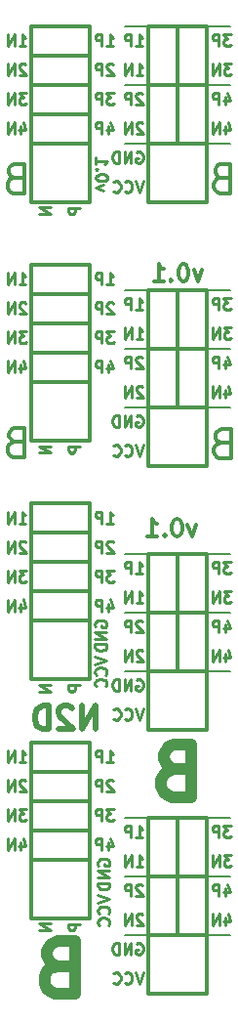
<source format=gbo>
G04 #@! TF.FileFunction,Legend,Bot*
%FSLAX46Y46*%
G04 Gerber Fmt 4.6, Leading zero omitted, Abs format (unit mm)*
G04 Created by KiCad (PCBNEW 4.0.4+e1-6308~48~ubuntu14.04.1-stable) date Sun Nov 27 15:18:37 2016*
%MOMM*%
%LPD*%
G01*
G04 APERTURE LIST*
%ADD10C,0.350000*%
%ADD11C,0.254000*%
%ADD12C,0.508000*%
%ADD13C,0.300000*%
%ADD14C,1.016000*%
%ADD15C,0.304800*%
%ADD16C,0.203200*%
%ADD17C,0.250000*%
G04 APERTURE END LIST*
D10*
D11*
X44413714Y-37113028D02*
X43736381Y-36871123D01*
X44413714Y-36629219D01*
X44752381Y-36048647D02*
X44752381Y-35951886D01*
X44704000Y-35855124D01*
X44655619Y-35806743D01*
X44558857Y-35758362D01*
X44365333Y-35709981D01*
X44123429Y-35709981D01*
X43929905Y-35758362D01*
X43833143Y-35806743D01*
X43784762Y-35855124D01*
X43736381Y-35951886D01*
X43736381Y-36048647D01*
X43784762Y-36145409D01*
X43833143Y-36193790D01*
X43929905Y-36242171D01*
X44123429Y-36290552D01*
X44365333Y-36290552D01*
X44558857Y-36242171D01*
X44655619Y-36193790D01*
X44704000Y-36145409D01*
X44752381Y-36048647D01*
X43833143Y-35274552D02*
X43784762Y-35226171D01*
X43736381Y-35274552D01*
X43784762Y-35322933D01*
X43833143Y-35274552D01*
X43736381Y-35274552D01*
X43736381Y-34258552D02*
X43736381Y-34839123D01*
X43736381Y-34548837D02*
X44752381Y-34548837D01*
X44607238Y-34645599D01*
X44510476Y-34742361D01*
X44462095Y-34839123D01*
D12*
X43686790Y-83799438D02*
X43686790Y-81767438D01*
X42525648Y-83799438D01*
X42525648Y-81767438D01*
X41654790Y-81960962D02*
X41558028Y-81864200D01*
X41364505Y-81767438D01*
X40880695Y-81767438D01*
X40687171Y-81864200D01*
X40590409Y-81960962D01*
X40493648Y-82154486D01*
X40493648Y-82348010D01*
X40590409Y-82638295D01*
X41751552Y-83799438D01*
X40493648Y-83799438D01*
X39622790Y-83799438D02*
X39622790Y-81767438D01*
X39138981Y-81767438D01*
X38848695Y-81864200D01*
X38655171Y-82057724D01*
X38558410Y-82251248D01*
X38461648Y-82638295D01*
X38461648Y-82928581D01*
X38558410Y-83315629D01*
X38655171Y-83509152D01*
X38848695Y-83702676D01*
X39138981Y-83799438D01*
X39622790Y-83799438D01*
D13*
X52968256Y-44001571D02*
X52611113Y-45001571D01*
X52253971Y-44001571D01*
X51396828Y-43501571D02*
X51253971Y-43501571D01*
X51111114Y-43573000D01*
X51039685Y-43644429D01*
X50968256Y-43787286D01*
X50896828Y-44073000D01*
X50896828Y-44430143D01*
X50968256Y-44715857D01*
X51039685Y-44858714D01*
X51111114Y-44930143D01*
X51253971Y-45001571D01*
X51396828Y-45001571D01*
X51539685Y-44930143D01*
X51611114Y-44858714D01*
X51682542Y-44715857D01*
X51753971Y-44430143D01*
X51753971Y-44073000D01*
X51682542Y-43787286D01*
X51611114Y-43644429D01*
X51539685Y-43573000D01*
X51396828Y-43501571D01*
X50253971Y-44858714D02*
X50182543Y-44930143D01*
X50253971Y-45001571D01*
X50325400Y-44930143D01*
X50253971Y-44858714D01*
X50253971Y-45001571D01*
X48753971Y-45001571D02*
X49611114Y-45001571D01*
X49182542Y-45001571D02*
X49182542Y-43501571D01*
X49325399Y-43715857D01*
X49468257Y-43858714D01*
X49611114Y-43930143D01*
X52409456Y-66099571D02*
X52052313Y-67099571D01*
X51695171Y-66099571D01*
X50838028Y-65599571D02*
X50695171Y-65599571D01*
X50552314Y-65671000D01*
X50480885Y-65742429D01*
X50409456Y-65885286D01*
X50338028Y-66171000D01*
X50338028Y-66528143D01*
X50409456Y-66813857D01*
X50480885Y-66956714D01*
X50552314Y-67028143D01*
X50695171Y-67099571D01*
X50838028Y-67099571D01*
X50980885Y-67028143D01*
X51052314Y-66956714D01*
X51123742Y-66813857D01*
X51195171Y-66528143D01*
X51195171Y-66171000D01*
X51123742Y-65885286D01*
X51052314Y-65742429D01*
X50980885Y-65671000D01*
X50838028Y-65599571D01*
X49695171Y-66956714D02*
X49623743Y-67028143D01*
X49695171Y-67099571D01*
X49766600Y-67028143D01*
X49695171Y-66956714D01*
X49695171Y-67099571D01*
X48195171Y-67099571D02*
X49052314Y-67099571D01*
X48623742Y-67099571D02*
X48623742Y-65599571D01*
X48766599Y-65813857D01*
X48909457Y-65956714D01*
X49052314Y-66028143D01*
D14*
X40364229Y-104321429D02*
X39711086Y-104539143D01*
X39493371Y-104756857D01*
X39275657Y-105192286D01*
X39275657Y-105845429D01*
X39493371Y-106280857D01*
X39711086Y-106498571D01*
X40146514Y-106716286D01*
X41888229Y-106716286D01*
X41888229Y-102144286D01*
X40364229Y-102144286D01*
X39928800Y-102362000D01*
X39711086Y-102579714D01*
X39493371Y-103015143D01*
X39493371Y-103450571D01*
X39711086Y-103886000D01*
X39928800Y-104103714D01*
X40364229Y-104321429D01*
X41888229Y-104321429D01*
X50498829Y-87278029D02*
X49845686Y-87495743D01*
X49627971Y-87713457D01*
X49410257Y-88148886D01*
X49410257Y-88802029D01*
X49627971Y-89237457D01*
X49845686Y-89455171D01*
X50281114Y-89672886D01*
X52022829Y-89672886D01*
X52022829Y-85100886D01*
X50498829Y-85100886D01*
X50063400Y-85318600D01*
X49845686Y-85536314D01*
X49627971Y-85971743D01*
X49627971Y-86407171D01*
X49845686Y-86842600D01*
X50063400Y-87060314D01*
X50498829Y-87278029D01*
X52022829Y-87278029D01*
D13*
X36673971Y-58898971D02*
X36311114Y-59019924D01*
X36190162Y-59140876D01*
X36069210Y-59382781D01*
X36069210Y-59745638D01*
X36190162Y-59987543D01*
X36311114Y-60108495D01*
X36553019Y-60229448D01*
X37520638Y-60229448D01*
X37520638Y-57689448D01*
X36673971Y-57689448D01*
X36432067Y-57810400D01*
X36311114Y-57931352D01*
X36190162Y-58173257D01*
X36190162Y-58415162D01*
X36311114Y-58657067D01*
X36432067Y-58778019D01*
X36673971Y-58898971D01*
X37520638Y-58898971D01*
X54580971Y-59000571D02*
X54218114Y-59121524D01*
X54097162Y-59242476D01*
X53976210Y-59484381D01*
X53976210Y-59847238D01*
X54097162Y-60089143D01*
X54218114Y-60210095D01*
X54460019Y-60331048D01*
X55427638Y-60331048D01*
X55427638Y-57791048D01*
X54580971Y-57791048D01*
X54339067Y-57912000D01*
X54218114Y-58032952D01*
X54097162Y-58274857D01*
X54097162Y-58516762D01*
X54218114Y-58758667D01*
X54339067Y-58879619D01*
X54580971Y-59000571D01*
X55427638Y-59000571D01*
X54555571Y-36013571D02*
X54192714Y-36134524D01*
X54071762Y-36255476D01*
X53950810Y-36497381D01*
X53950810Y-36860238D01*
X54071762Y-37102143D01*
X54192714Y-37223095D01*
X54434619Y-37344048D01*
X55402238Y-37344048D01*
X55402238Y-34804048D01*
X54555571Y-34804048D01*
X54313667Y-34925000D01*
X54192714Y-35045952D01*
X54071762Y-35287857D01*
X54071762Y-35529762D01*
X54192714Y-35771667D01*
X54313667Y-35892619D01*
X54555571Y-36013571D01*
X55402238Y-36013571D01*
X36648571Y-36013571D02*
X36285714Y-36134524D01*
X36164762Y-36255476D01*
X36043810Y-36497381D01*
X36043810Y-36860238D01*
X36164762Y-37102143D01*
X36285714Y-37223095D01*
X36527619Y-37344048D01*
X37495238Y-37344048D01*
X37495238Y-34804048D01*
X36648571Y-34804048D01*
X36406667Y-34925000D01*
X36285714Y-35045952D01*
X36164762Y-35287857D01*
X36164762Y-35529762D01*
X36285714Y-35771667D01*
X36406667Y-35892619D01*
X36648571Y-36013571D01*
X37495238Y-36013571D01*
D15*
X50800000Y-27940000D02*
X50800000Y-33020000D01*
X50800000Y-22860000D02*
X50800000Y-27940000D01*
X53340000Y-27940000D02*
X48260000Y-27940000D01*
X48260000Y-33020000D02*
X53340000Y-33020000D01*
X53340000Y-22860000D02*
X53340000Y-38100000D01*
X53340000Y-38100000D02*
X48260000Y-38100000D01*
X48260000Y-38100000D02*
X48260000Y-22860000D01*
X48260000Y-22860000D02*
X53340000Y-22860000D01*
D16*
X55372000Y-22860000D02*
X53340000Y-22860000D01*
X48260000Y-22860000D02*
X46228000Y-22860000D01*
X48260000Y-27940000D02*
X46228000Y-27940000D01*
X55372000Y-27940000D02*
X53340000Y-27940000D01*
X55372000Y-33020000D02*
X53340000Y-33020000D01*
X48260000Y-33020000D02*
X46228000Y-33020000D01*
D15*
X50800000Y-96520000D02*
X50800000Y-101600000D01*
X50800000Y-91440000D02*
X50800000Y-96520000D01*
X53340000Y-96520000D02*
X48260000Y-96520000D01*
X48260000Y-101600000D02*
X53340000Y-101600000D01*
X53340000Y-91440000D02*
X53340000Y-106680000D01*
X53340000Y-106680000D02*
X48260000Y-106680000D01*
X48260000Y-106680000D02*
X48260000Y-91440000D01*
X48260000Y-91440000D02*
X53340000Y-91440000D01*
D16*
X55372000Y-91440000D02*
X53340000Y-91440000D01*
X48260000Y-91440000D02*
X46228000Y-91440000D01*
X48260000Y-96520000D02*
X46228000Y-96520000D01*
X55372000Y-96520000D02*
X53340000Y-96520000D01*
X55372000Y-101600000D02*
X53340000Y-101600000D01*
X48260000Y-101600000D02*
X46228000Y-101600000D01*
D15*
X50800000Y-50800000D02*
X50800000Y-55880000D01*
X50800000Y-45720000D02*
X50800000Y-50800000D01*
X53340000Y-50800000D02*
X48260000Y-50800000D01*
X48260000Y-55880000D02*
X53340000Y-55880000D01*
X53340000Y-45720000D02*
X53340000Y-60960000D01*
X53340000Y-60960000D02*
X48260000Y-60960000D01*
X48260000Y-60960000D02*
X48260000Y-45720000D01*
X48260000Y-45720000D02*
X53340000Y-45720000D01*
D16*
X55372000Y-45720000D02*
X53340000Y-45720000D01*
X48260000Y-45720000D02*
X46228000Y-45720000D01*
X48260000Y-50800000D02*
X46228000Y-50800000D01*
X55372000Y-50800000D02*
X53340000Y-50800000D01*
X55372000Y-55880000D02*
X53340000Y-55880000D01*
X48260000Y-55880000D02*
X46228000Y-55880000D01*
D15*
X50800000Y-73660000D02*
X50800000Y-78740000D01*
X50800000Y-68580000D02*
X50800000Y-73660000D01*
X53340000Y-73660000D02*
X48260000Y-73660000D01*
X48260000Y-78740000D02*
X53340000Y-78740000D01*
X53340000Y-68580000D02*
X53340000Y-83820000D01*
X53340000Y-83820000D02*
X48260000Y-83820000D01*
X48260000Y-83820000D02*
X48260000Y-68580000D01*
X48260000Y-68580000D02*
X53340000Y-68580000D01*
D16*
X55372000Y-68580000D02*
X53340000Y-68580000D01*
X48260000Y-68580000D02*
X46228000Y-68580000D01*
X48260000Y-73660000D02*
X46228000Y-73660000D01*
X55372000Y-73660000D02*
X53340000Y-73660000D01*
X55372000Y-78740000D02*
X53340000Y-78740000D01*
X48260000Y-78740000D02*
X46228000Y-78740000D01*
D15*
X38100000Y-30480000D02*
X43180000Y-30480000D01*
X43180000Y-27940000D02*
X38100000Y-27940000D01*
X43180000Y-25400000D02*
X38100000Y-25400000D01*
X43180000Y-33020000D02*
X38100000Y-33020000D01*
X43180000Y-22860000D02*
X38100000Y-22860000D01*
X43180000Y-38100000D02*
X43180000Y-22860000D01*
X38100000Y-38100000D02*
X43180000Y-38100000D01*
X38100000Y-22860000D02*
X38100000Y-38100000D01*
X38100000Y-51168300D02*
X43180000Y-51168300D01*
X43180000Y-48628300D02*
X38100000Y-48628300D01*
X43180000Y-46088300D02*
X38100000Y-46088300D01*
X43180000Y-53708300D02*
X38100000Y-53708300D01*
X43180000Y-43548300D02*
X38100000Y-43548300D01*
X43180000Y-58788300D02*
X43180000Y-43548300D01*
X38100000Y-58788300D02*
X43180000Y-58788300D01*
X38100000Y-43548300D02*
X38100000Y-58788300D01*
X38100000Y-71856600D02*
X43180000Y-71856600D01*
X43180000Y-69316600D02*
X38100000Y-69316600D01*
X43180000Y-66776600D02*
X38100000Y-66776600D01*
X43180000Y-74396600D02*
X38100000Y-74396600D01*
X43180000Y-64236600D02*
X38100000Y-64236600D01*
X43180000Y-79476600D02*
X43180000Y-64236600D01*
X38100000Y-79476600D02*
X43180000Y-79476600D01*
X38100000Y-64236600D02*
X38100000Y-79476600D01*
X38100000Y-92544900D02*
X43180000Y-92544900D01*
X43180000Y-90004900D02*
X38100000Y-90004900D01*
X43180000Y-87464900D02*
X38100000Y-87464900D01*
X43180000Y-95084900D02*
X38100000Y-95084900D01*
X43180000Y-84924900D02*
X38100000Y-84924900D01*
X43180000Y-100164900D02*
X43180000Y-84924900D01*
X38100000Y-100164900D02*
X43180000Y-100164900D01*
X38100000Y-84924900D02*
X38100000Y-100164900D01*
D17*
X47799524Y-31297619D02*
X47751905Y-31250000D01*
X47656667Y-31202381D01*
X47418571Y-31202381D01*
X47323333Y-31250000D01*
X47275714Y-31297619D01*
X47228095Y-31392857D01*
X47228095Y-31488095D01*
X47275714Y-31630952D01*
X47847143Y-32202381D01*
X47228095Y-32202381D01*
X46799524Y-32202381D02*
X46799524Y-31202381D01*
X46228095Y-32202381D01*
X46228095Y-31202381D01*
X47775714Y-28757619D02*
X47728095Y-28710000D01*
X47632857Y-28662381D01*
X47394761Y-28662381D01*
X47299523Y-28710000D01*
X47251904Y-28757619D01*
X47204285Y-28852857D01*
X47204285Y-28948095D01*
X47251904Y-29090952D01*
X47823333Y-29662381D01*
X47204285Y-29662381D01*
X46775714Y-29662381D02*
X46775714Y-28662381D01*
X46394761Y-28662381D01*
X46299523Y-28710000D01*
X46251904Y-28757619D01*
X46204285Y-28852857D01*
X46204285Y-28995714D01*
X46251904Y-29090952D01*
X46299523Y-29138571D01*
X46394761Y-29186190D01*
X46775714Y-29186190D01*
X47228095Y-27122381D02*
X47799524Y-27122381D01*
X47513810Y-27122381D02*
X47513810Y-26122381D01*
X47609048Y-26265238D01*
X47704286Y-26360476D01*
X47799524Y-26408095D01*
X46799524Y-27122381D02*
X46799524Y-26122381D01*
X46228095Y-27122381D01*
X46228095Y-26122381D01*
X47204285Y-24582381D02*
X47775714Y-24582381D01*
X47490000Y-24582381D02*
X47490000Y-23582381D01*
X47585238Y-23725238D01*
X47680476Y-23820476D01*
X47775714Y-23868095D01*
X46775714Y-24582381D02*
X46775714Y-23582381D01*
X46394761Y-23582381D01*
X46299523Y-23630000D01*
X46251904Y-23677619D01*
X46204285Y-23772857D01*
X46204285Y-23915714D01*
X46251904Y-24010952D01*
X46299523Y-24058571D01*
X46394761Y-24106190D01*
X46775714Y-24106190D01*
X54943333Y-31535714D02*
X54943333Y-32202381D01*
X55181429Y-31154762D02*
X55419524Y-31869048D01*
X54800476Y-31869048D01*
X54419524Y-32202381D02*
X54419524Y-31202381D01*
X53848095Y-32202381D01*
X53848095Y-31202381D01*
X54919523Y-28995714D02*
X54919523Y-29662381D01*
X55157619Y-28614762D02*
X55395714Y-29329048D01*
X54776666Y-29329048D01*
X54395714Y-29662381D02*
X54395714Y-28662381D01*
X54014761Y-28662381D01*
X53919523Y-28710000D01*
X53871904Y-28757619D01*
X53824285Y-28852857D01*
X53824285Y-28995714D01*
X53871904Y-29090952D01*
X53919523Y-29138571D01*
X54014761Y-29186190D01*
X54395714Y-29186190D01*
X55443333Y-23582381D02*
X54824285Y-23582381D01*
X55157619Y-23963333D01*
X55014761Y-23963333D01*
X54919523Y-24010952D01*
X54871904Y-24058571D01*
X54824285Y-24153810D01*
X54824285Y-24391905D01*
X54871904Y-24487143D01*
X54919523Y-24534762D01*
X55014761Y-24582381D01*
X55300476Y-24582381D01*
X55395714Y-24534762D01*
X55443333Y-24487143D01*
X54395714Y-24582381D02*
X54395714Y-23582381D01*
X54014761Y-23582381D01*
X53919523Y-23630000D01*
X53871904Y-23677619D01*
X53824285Y-23772857D01*
X53824285Y-23915714D01*
X53871904Y-24010952D01*
X53919523Y-24058571D01*
X54014761Y-24106190D01*
X54395714Y-24106190D01*
X55467143Y-26122381D02*
X54848095Y-26122381D01*
X55181429Y-26503333D01*
X55038571Y-26503333D01*
X54943333Y-26550952D01*
X54895714Y-26598571D01*
X54848095Y-26693810D01*
X54848095Y-26931905D01*
X54895714Y-27027143D01*
X54943333Y-27074762D01*
X55038571Y-27122381D01*
X55324286Y-27122381D01*
X55419524Y-27074762D01*
X55467143Y-27027143D01*
X54419524Y-27122381D02*
X54419524Y-26122381D01*
X53848095Y-27122381D01*
X53848095Y-26122381D01*
X47815333Y-36282381D02*
X47482000Y-37282381D01*
X47148666Y-36282381D01*
X46243904Y-37187143D02*
X46291523Y-37234762D01*
X46434380Y-37282381D01*
X46529618Y-37282381D01*
X46672476Y-37234762D01*
X46767714Y-37139524D01*
X46815333Y-37044286D01*
X46862952Y-36853810D01*
X46862952Y-36710952D01*
X46815333Y-36520476D01*
X46767714Y-36425238D01*
X46672476Y-36330000D01*
X46529618Y-36282381D01*
X46434380Y-36282381D01*
X46291523Y-36330000D01*
X46243904Y-36377619D01*
X45243904Y-37187143D02*
X45291523Y-37234762D01*
X45434380Y-37282381D01*
X45529618Y-37282381D01*
X45672476Y-37234762D01*
X45767714Y-37139524D01*
X45815333Y-37044286D01*
X45862952Y-36853810D01*
X45862952Y-36710952D01*
X45815333Y-36520476D01*
X45767714Y-36425238D01*
X45672476Y-36330000D01*
X45529618Y-36282381D01*
X45434380Y-36282381D01*
X45291523Y-36330000D01*
X45243904Y-36377619D01*
X47243904Y-33790000D02*
X47339142Y-33742381D01*
X47481999Y-33742381D01*
X47624857Y-33790000D01*
X47720095Y-33885238D01*
X47767714Y-33980476D01*
X47815333Y-34170952D01*
X47815333Y-34313810D01*
X47767714Y-34504286D01*
X47720095Y-34599524D01*
X47624857Y-34694762D01*
X47481999Y-34742381D01*
X47386761Y-34742381D01*
X47243904Y-34694762D01*
X47196285Y-34647143D01*
X47196285Y-34313810D01*
X47386761Y-34313810D01*
X46767714Y-34742381D02*
X46767714Y-33742381D01*
X46196285Y-34742381D01*
X46196285Y-33742381D01*
X45720095Y-34742381D02*
X45720095Y-33742381D01*
X45482000Y-33742381D01*
X45339142Y-33790000D01*
X45243904Y-33885238D01*
X45196285Y-33980476D01*
X45148666Y-34170952D01*
X45148666Y-34313810D01*
X45196285Y-34504286D01*
X45243904Y-34599524D01*
X45339142Y-34694762D01*
X45482000Y-34742381D01*
X45720095Y-34742381D01*
X47799524Y-99877619D02*
X47751905Y-99830000D01*
X47656667Y-99782381D01*
X47418571Y-99782381D01*
X47323333Y-99830000D01*
X47275714Y-99877619D01*
X47228095Y-99972857D01*
X47228095Y-100068095D01*
X47275714Y-100210952D01*
X47847143Y-100782381D01*
X47228095Y-100782381D01*
X46799524Y-100782381D02*
X46799524Y-99782381D01*
X46228095Y-100782381D01*
X46228095Y-99782381D01*
X47775714Y-97337619D02*
X47728095Y-97290000D01*
X47632857Y-97242381D01*
X47394761Y-97242381D01*
X47299523Y-97290000D01*
X47251904Y-97337619D01*
X47204285Y-97432857D01*
X47204285Y-97528095D01*
X47251904Y-97670952D01*
X47823333Y-98242381D01*
X47204285Y-98242381D01*
X46775714Y-98242381D02*
X46775714Y-97242381D01*
X46394761Y-97242381D01*
X46299523Y-97290000D01*
X46251904Y-97337619D01*
X46204285Y-97432857D01*
X46204285Y-97575714D01*
X46251904Y-97670952D01*
X46299523Y-97718571D01*
X46394761Y-97766190D01*
X46775714Y-97766190D01*
X47228095Y-95702381D02*
X47799524Y-95702381D01*
X47513810Y-95702381D02*
X47513810Y-94702381D01*
X47609048Y-94845238D01*
X47704286Y-94940476D01*
X47799524Y-94988095D01*
X46799524Y-95702381D02*
X46799524Y-94702381D01*
X46228095Y-95702381D01*
X46228095Y-94702381D01*
X47204285Y-93162381D02*
X47775714Y-93162381D01*
X47490000Y-93162381D02*
X47490000Y-92162381D01*
X47585238Y-92305238D01*
X47680476Y-92400476D01*
X47775714Y-92448095D01*
X46775714Y-93162381D02*
X46775714Y-92162381D01*
X46394761Y-92162381D01*
X46299523Y-92210000D01*
X46251904Y-92257619D01*
X46204285Y-92352857D01*
X46204285Y-92495714D01*
X46251904Y-92590952D01*
X46299523Y-92638571D01*
X46394761Y-92686190D01*
X46775714Y-92686190D01*
X54943333Y-100115714D02*
X54943333Y-100782381D01*
X55181429Y-99734762D02*
X55419524Y-100449048D01*
X54800476Y-100449048D01*
X54419524Y-100782381D02*
X54419524Y-99782381D01*
X53848095Y-100782381D01*
X53848095Y-99782381D01*
X54919523Y-97575714D02*
X54919523Y-98242381D01*
X55157619Y-97194762D02*
X55395714Y-97909048D01*
X54776666Y-97909048D01*
X54395714Y-98242381D02*
X54395714Y-97242381D01*
X54014761Y-97242381D01*
X53919523Y-97290000D01*
X53871904Y-97337619D01*
X53824285Y-97432857D01*
X53824285Y-97575714D01*
X53871904Y-97670952D01*
X53919523Y-97718571D01*
X54014761Y-97766190D01*
X54395714Y-97766190D01*
X55443333Y-92162381D02*
X54824285Y-92162381D01*
X55157619Y-92543333D01*
X55014761Y-92543333D01*
X54919523Y-92590952D01*
X54871904Y-92638571D01*
X54824285Y-92733810D01*
X54824285Y-92971905D01*
X54871904Y-93067143D01*
X54919523Y-93114762D01*
X55014761Y-93162381D01*
X55300476Y-93162381D01*
X55395714Y-93114762D01*
X55443333Y-93067143D01*
X54395714Y-93162381D02*
X54395714Y-92162381D01*
X54014761Y-92162381D01*
X53919523Y-92210000D01*
X53871904Y-92257619D01*
X53824285Y-92352857D01*
X53824285Y-92495714D01*
X53871904Y-92590952D01*
X53919523Y-92638571D01*
X54014761Y-92686190D01*
X54395714Y-92686190D01*
X55467143Y-94702381D02*
X54848095Y-94702381D01*
X55181429Y-95083333D01*
X55038571Y-95083333D01*
X54943333Y-95130952D01*
X54895714Y-95178571D01*
X54848095Y-95273810D01*
X54848095Y-95511905D01*
X54895714Y-95607143D01*
X54943333Y-95654762D01*
X55038571Y-95702381D01*
X55324286Y-95702381D01*
X55419524Y-95654762D01*
X55467143Y-95607143D01*
X54419524Y-95702381D02*
X54419524Y-94702381D01*
X53848095Y-95702381D01*
X53848095Y-94702381D01*
X47815333Y-104862381D02*
X47482000Y-105862381D01*
X47148666Y-104862381D01*
X46243904Y-105767143D02*
X46291523Y-105814762D01*
X46434380Y-105862381D01*
X46529618Y-105862381D01*
X46672476Y-105814762D01*
X46767714Y-105719524D01*
X46815333Y-105624286D01*
X46862952Y-105433810D01*
X46862952Y-105290952D01*
X46815333Y-105100476D01*
X46767714Y-105005238D01*
X46672476Y-104910000D01*
X46529618Y-104862381D01*
X46434380Y-104862381D01*
X46291523Y-104910000D01*
X46243904Y-104957619D01*
X45243904Y-105767143D02*
X45291523Y-105814762D01*
X45434380Y-105862381D01*
X45529618Y-105862381D01*
X45672476Y-105814762D01*
X45767714Y-105719524D01*
X45815333Y-105624286D01*
X45862952Y-105433810D01*
X45862952Y-105290952D01*
X45815333Y-105100476D01*
X45767714Y-105005238D01*
X45672476Y-104910000D01*
X45529618Y-104862381D01*
X45434380Y-104862381D01*
X45291523Y-104910000D01*
X45243904Y-104957619D01*
X47243904Y-102370000D02*
X47339142Y-102322381D01*
X47481999Y-102322381D01*
X47624857Y-102370000D01*
X47720095Y-102465238D01*
X47767714Y-102560476D01*
X47815333Y-102750952D01*
X47815333Y-102893810D01*
X47767714Y-103084286D01*
X47720095Y-103179524D01*
X47624857Y-103274762D01*
X47481999Y-103322381D01*
X47386761Y-103322381D01*
X47243904Y-103274762D01*
X47196285Y-103227143D01*
X47196285Y-102893810D01*
X47386761Y-102893810D01*
X46767714Y-103322381D02*
X46767714Y-102322381D01*
X46196285Y-103322381D01*
X46196285Y-102322381D01*
X45720095Y-103322381D02*
X45720095Y-102322381D01*
X45482000Y-102322381D01*
X45339142Y-102370000D01*
X45243904Y-102465238D01*
X45196285Y-102560476D01*
X45148666Y-102750952D01*
X45148666Y-102893810D01*
X45196285Y-103084286D01*
X45243904Y-103179524D01*
X45339142Y-103274762D01*
X45482000Y-103322381D01*
X45720095Y-103322381D01*
X47799524Y-54157619D02*
X47751905Y-54110000D01*
X47656667Y-54062381D01*
X47418571Y-54062381D01*
X47323333Y-54110000D01*
X47275714Y-54157619D01*
X47228095Y-54252857D01*
X47228095Y-54348095D01*
X47275714Y-54490952D01*
X47847143Y-55062381D01*
X47228095Y-55062381D01*
X46799524Y-55062381D02*
X46799524Y-54062381D01*
X46228095Y-55062381D01*
X46228095Y-54062381D01*
X47775714Y-51617619D02*
X47728095Y-51570000D01*
X47632857Y-51522381D01*
X47394761Y-51522381D01*
X47299523Y-51570000D01*
X47251904Y-51617619D01*
X47204285Y-51712857D01*
X47204285Y-51808095D01*
X47251904Y-51950952D01*
X47823333Y-52522381D01*
X47204285Y-52522381D01*
X46775714Y-52522381D02*
X46775714Y-51522381D01*
X46394761Y-51522381D01*
X46299523Y-51570000D01*
X46251904Y-51617619D01*
X46204285Y-51712857D01*
X46204285Y-51855714D01*
X46251904Y-51950952D01*
X46299523Y-51998571D01*
X46394761Y-52046190D01*
X46775714Y-52046190D01*
X47228095Y-49982381D02*
X47799524Y-49982381D01*
X47513810Y-49982381D02*
X47513810Y-48982381D01*
X47609048Y-49125238D01*
X47704286Y-49220476D01*
X47799524Y-49268095D01*
X46799524Y-49982381D02*
X46799524Y-48982381D01*
X46228095Y-49982381D01*
X46228095Y-48982381D01*
X47204285Y-47442381D02*
X47775714Y-47442381D01*
X47490000Y-47442381D02*
X47490000Y-46442381D01*
X47585238Y-46585238D01*
X47680476Y-46680476D01*
X47775714Y-46728095D01*
X46775714Y-47442381D02*
X46775714Y-46442381D01*
X46394761Y-46442381D01*
X46299523Y-46490000D01*
X46251904Y-46537619D01*
X46204285Y-46632857D01*
X46204285Y-46775714D01*
X46251904Y-46870952D01*
X46299523Y-46918571D01*
X46394761Y-46966190D01*
X46775714Y-46966190D01*
X54943333Y-54395714D02*
X54943333Y-55062381D01*
X55181429Y-54014762D02*
X55419524Y-54729048D01*
X54800476Y-54729048D01*
X54419524Y-55062381D02*
X54419524Y-54062381D01*
X53848095Y-55062381D01*
X53848095Y-54062381D01*
X54919523Y-51855714D02*
X54919523Y-52522381D01*
X55157619Y-51474762D02*
X55395714Y-52189048D01*
X54776666Y-52189048D01*
X54395714Y-52522381D02*
X54395714Y-51522381D01*
X54014761Y-51522381D01*
X53919523Y-51570000D01*
X53871904Y-51617619D01*
X53824285Y-51712857D01*
X53824285Y-51855714D01*
X53871904Y-51950952D01*
X53919523Y-51998571D01*
X54014761Y-52046190D01*
X54395714Y-52046190D01*
X55443333Y-46442381D02*
X54824285Y-46442381D01*
X55157619Y-46823333D01*
X55014761Y-46823333D01*
X54919523Y-46870952D01*
X54871904Y-46918571D01*
X54824285Y-47013810D01*
X54824285Y-47251905D01*
X54871904Y-47347143D01*
X54919523Y-47394762D01*
X55014761Y-47442381D01*
X55300476Y-47442381D01*
X55395714Y-47394762D01*
X55443333Y-47347143D01*
X54395714Y-47442381D02*
X54395714Y-46442381D01*
X54014761Y-46442381D01*
X53919523Y-46490000D01*
X53871904Y-46537619D01*
X53824285Y-46632857D01*
X53824285Y-46775714D01*
X53871904Y-46870952D01*
X53919523Y-46918571D01*
X54014761Y-46966190D01*
X54395714Y-46966190D01*
X55467143Y-48982381D02*
X54848095Y-48982381D01*
X55181429Y-49363333D01*
X55038571Y-49363333D01*
X54943333Y-49410952D01*
X54895714Y-49458571D01*
X54848095Y-49553810D01*
X54848095Y-49791905D01*
X54895714Y-49887143D01*
X54943333Y-49934762D01*
X55038571Y-49982381D01*
X55324286Y-49982381D01*
X55419524Y-49934762D01*
X55467143Y-49887143D01*
X54419524Y-49982381D02*
X54419524Y-48982381D01*
X53848095Y-49982381D01*
X53848095Y-48982381D01*
X47815333Y-59142381D02*
X47482000Y-60142381D01*
X47148666Y-59142381D01*
X46243904Y-60047143D02*
X46291523Y-60094762D01*
X46434380Y-60142381D01*
X46529618Y-60142381D01*
X46672476Y-60094762D01*
X46767714Y-59999524D01*
X46815333Y-59904286D01*
X46862952Y-59713810D01*
X46862952Y-59570952D01*
X46815333Y-59380476D01*
X46767714Y-59285238D01*
X46672476Y-59190000D01*
X46529618Y-59142381D01*
X46434380Y-59142381D01*
X46291523Y-59190000D01*
X46243904Y-59237619D01*
X45243904Y-60047143D02*
X45291523Y-60094762D01*
X45434380Y-60142381D01*
X45529618Y-60142381D01*
X45672476Y-60094762D01*
X45767714Y-59999524D01*
X45815333Y-59904286D01*
X45862952Y-59713810D01*
X45862952Y-59570952D01*
X45815333Y-59380476D01*
X45767714Y-59285238D01*
X45672476Y-59190000D01*
X45529618Y-59142381D01*
X45434380Y-59142381D01*
X45291523Y-59190000D01*
X45243904Y-59237619D01*
X47243904Y-56650000D02*
X47339142Y-56602381D01*
X47481999Y-56602381D01*
X47624857Y-56650000D01*
X47720095Y-56745238D01*
X47767714Y-56840476D01*
X47815333Y-57030952D01*
X47815333Y-57173810D01*
X47767714Y-57364286D01*
X47720095Y-57459524D01*
X47624857Y-57554762D01*
X47481999Y-57602381D01*
X47386761Y-57602381D01*
X47243904Y-57554762D01*
X47196285Y-57507143D01*
X47196285Y-57173810D01*
X47386761Y-57173810D01*
X46767714Y-57602381D02*
X46767714Y-56602381D01*
X46196285Y-57602381D01*
X46196285Y-56602381D01*
X45720095Y-57602381D02*
X45720095Y-56602381D01*
X45482000Y-56602381D01*
X45339142Y-56650000D01*
X45243904Y-56745238D01*
X45196285Y-56840476D01*
X45148666Y-57030952D01*
X45148666Y-57173810D01*
X45196285Y-57364286D01*
X45243904Y-57459524D01*
X45339142Y-57554762D01*
X45482000Y-57602381D01*
X45720095Y-57602381D01*
X47799524Y-77017619D02*
X47751905Y-76970000D01*
X47656667Y-76922381D01*
X47418571Y-76922381D01*
X47323333Y-76970000D01*
X47275714Y-77017619D01*
X47228095Y-77112857D01*
X47228095Y-77208095D01*
X47275714Y-77350952D01*
X47847143Y-77922381D01*
X47228095Y-77922381D01*
X46799524Y-77922381D02*
X46799524Y-76922381D01*
X46228095Y-77922381D01*
X46228095Y-76922381D01*
X47775714Y-74477619D02*
X47728095Y-74430000D01*
X47632857Y-74382381D01*
X47394761Y-74382381D01*
X47299523Y-74430000D01*
X47251904Y-74477619D01*
X47204285Y-74572857D01*
X47204285Y-74668095D01*
X47251904Y-74810952D01*
X47823333Y-75382381D01*
X47204285Y-75382381D01*
X46775714Y-75382381D02*
X46775714Y-74382381D01*
X46394761Y-74382381D01*
X46299523Y-74430000D01*
X46251904Y-74477619D01*
X46204285Y-74572857D01*
X46204285Y-74715714D01*
X46251904Y-74810952D01*
X46299523Y-74858571D01*
X46394761Y-74906190D01*
X46775714Y-74906190D01*
X47228095Y-72842381D02*
X47799524Y-72842381D01*
X47513810Y-72842381D02*
X47513810Y-71842381D01*
X47609048Y-71985238D01*
X47704286Y-72080476D01*
X47799524Y-72128095D01*
X46799524Y-72842381D02*
X46799524Y-71842381D01*
X46228095Y-72842381D01*
X46228095Y-71842381D01*
X47204285Y-70302381D02*
X47775714Y-70302381D01*
X47490000Y-70302381D02*
X47490000Y-69302381D01*
X47585238Y-69445238D01*
X47680476Y-69540476D01*
X47775714Y-69588095D01*
X46775714Y-70302381D02*
X46775714Y-69302381D01*
X46394761Y-69302381D01*
X46299523Y-69350000D01*
X46251904Y-69397619D01*
X46204285Y-69492857D01*
X46204285Y-69635714D01*
X46251904Y-69730952D01*
X46299523Y-69778571D01*
X46394761Y-69826190D01*
X46775714Y-69826190D01*
X54943333Y-77255714D02*
X54943333Y-77922381D01*
X55181429Y-76874762D02*
X55419524Y-77589048D01*
X54800476Y-77589048D01*
X54419524Y-77922381D02*
X54419524Y-76922381D01*
X53848095Y-77922381D01*
X53848095Y-76922381D01*
X54919523Y-74715714D02*
X54919523Y-75382381D01*
X55157619Y-74334762D02*
X55395714Y-75049048D01*
X54776666Y-75049048D01*
X54395714Y-75382381D02*
X54395714Y-74382381D01*
X54014761Y-74382381D01*
X53919523Y-74430000D01*
X53871904Y-74477619D01*
X53824285Y-74572857D01*
X53824285Y-74715714D01*
X53871904Y-74810952D01*
X53919523Y-74858571D01*
X54014761Y-74906190D01*
X54395714Y-74906190D01*
X55443333Y-69302381D02*
X54824285Y-69302381D01*
X55157619Y-69683333D01*
X55014761Y-69683333D01*
X54919523Y-69730952D01*
X54871904Y-69778571D01*
X54824285Y-69873810D01*
X54824285Y-70111905D01*
X54871904Y-70207143D01*
X54919523Y-70254762D01*
X55014761Y-70302381D01*
X55300476Y-70302381D01*
X55395714Y-70254762D01*
X55443333Y-70207143D01*
X54395714Y-70302381D02*
X54395714Y-69302381D01*
X54014761Y-69302381D01*
X53919523Y-69350000D01*
X53871904Y-69397619D01*
X53824285Y-69492857D01*
X53824285Y-69635714D01*
X53871904Y-69730952D01*
X53919523Y-69778571D01*
X54014761Y-69826190D01*
X54395714Y-69826190D01*
X55467143Y-71842381D02*
X54848095Y-71842381D01*
X55181429Y-72223333D01*
X55038571Y-72223333D01*
X54943333Y-72270952D01*
X54895714Y-72318571D01*
X54848095Y-72413810D01*
X54848095Y-72651905D01*
X54895714Y-72747143D01*
X54943333Y-72794762D01*
X55038571Y-72842381D01*
X55324286Y-72842381D01*
X55419524Y-72794762D01*
X55467143Y-72747143D01*
X54419524Y-72842381D02*
X54419524Y-71842381D01*
X53848095Y-72842381D01*
X53848095Y-71842381D01*
X47815333Y-82002381D02*
X47482000Y-83002381D01*
X47148666Y-82002381D01*
X46243904Y-82907143D02*
X46291523Y-82954762D01*
X46434380Y-83002381D01*
X46529618Y-83002381D01*
X46672476Y-82954762D01*
X46767714Y-82859524D01*
X46815333Y-82764286D01*
X46862952Y-82573810D01*
X46862952Y-82430952D01*
X46815333Y-82240476D01*
X46767714Y-82145238D01*
X46672476Y-82050000D01*
X46529618Y-82002381D01*
X46434380Y-82002381D01*
X46291523Y-82050000D01*
X46243904Y-82097619D01*
X45243904Y-82907143D02*
X45291523Y-82954762D01*
X45434380Y-83002381D01*
X45529618Y-83002381D01*
X45672476Y-82954762D01*
X45767714Y-82859524D01*
X45815333Y-82764286D01*
X45862952Y-82573810D01*
X45862952Y-82430952D01*
X45815333Y-82240476D01*
X45767714Y-82145238D01*
X45672476Y-82050000D01*
X45529618Y-82002381D01*
X45434380Y-82002381D01*
X45291523Y-82050000D01*
X45243904Y-82097619D01*
X47243904Y-79510000D02*
X47339142Y-79462381D01*
X47481999Y-79462381D01*
X47624857Y-79510000D01*
X47720095Y-79605238D01*
X47767714Y-79700476D01*
X47815333Y-79890952D01*
X47815333Y-80033810D01*
X47767714Y-80224286D01*
X47720095Y-80319524D01*
X47624857Y-80414762D01*
X47481999Y-80462381D01*
X47386761Y-80462381D01*
X47243904Y-80414762D01*
X47196285Y-80367143D01*
X47196285Y-80033810D01*
X47386761Y-80033810D01*
X46767714Y-80462381D02*
X46767714Y-79462381D01*
X46196285Y-80462381D01*
X46196285Y-79462381D01*
X45720095Y-80462381D02*
X45720095Y-79462381D01*
X45482000Y-79462381D01*
X45339142Y-79510000D01*
X45243904Y-79605238D01*
X45196285Y-79700476D01*
X45148666Y-79890952D01*
X45148666Y-80033810D01*
X45196285Y-80224286D01*
X45243904Y-80319524D01*
X45339142Y-80414762D01*
X45482000Y-80462381D01*
X45720095Y-80462381D01*
X37163333Y-31535714D02*
X37163333Y-32202381D01*
X37401429Y-31154762D02*
X37639524Y-31869048D01*
X37020476Y-31869048D01*
X36639524Y-32202381D02*
X36639524Y-31202381D01*
X36068095Y-32202381D01*
X36068095Y-31202381D01*
X37687143Y-28662381D02*
X37068095Y-28662381D01*
X37401429Y-29043333D01*
X37258571Y-29043333D01*
X37163333Y-29090952D01*
X37115714Y-29138571D01*
X37068095Y-29233810D01*
X37068095Y-29471905D01*
X37115714Y-29567143D01*
X37163333Y-29614762D01*
X37258571Y-29662381D01*
X37544286Y-29662381D01*
X37639524Y-29614762D01*
X37687143Y-29567143D01*
X36639524Y-29662381D02*
X36639524Y-28662381D01*
X36068095Y-29662381D01*
X36068095Y-28662381D01*
X37639524Y-26217619D02*
X37591905Y-26170000D01*
X37496667Y-26122381D01*
X37258571Y-26122381D01*
X37163333Y-26170000D01*
X37115714Y-26217619D01*
X37068095Y-26312857D01*
X37068095Y-26408095D01*
X37115714Y-26550952D01*
X37687143Y-27122381D01*
X37068095Y-27122381D01*
X36639524Y-27122381D02*
X36639524Y-26122381D01*
X36068095Y-27122381D01*
X36068095Y-26122381D01*
X37068095Y-24582381D02*
X37639524Y-24582381D01*
X37353810Y-24582381D02*
X37353810Y-23582381D01*
X37449048Y-23725238D01*
X37544286Y-23820476D01*
X37639524Y-23868095D01*
X36639524Y-24582381D02*
X36639524Y-23582381D01*
X36068095Y-24582381D01*
X36068095Y-23582381D01*
X44759523Y-31535714D02*
X44759523Y-32202381D01*
X44997619Y-31154762D02*
X45235714Y-31869048D01*
X44616666Y-31869048D01*
X44235714Y-32202381D02*
X44235714Y-31202381D01*
X43854761Y-31202381D01*
X43759523Y-31250000D01*
X43711904Y-31297619D01*
X43664285Y-31392857D01*
X43664285Y-31535714D01*
X43711904Y-31630952D01*
X43759523Y-31678571D01*
X43854761Y-31726190D01*
X44235714Y-31726190D01*
X45283333Y-28662381D02*
X44664285Y-28662381D01*
X44997619Y-29043333D01*
X44854761Y-29043333D01*
X44759523Y-29090952D01*
X44711904Y-29138571D01*
X44664285Y-29233810D01*
X44664285Y-29471905D01*
X44711904Y-29567143D01*
X44759523Y-29614762D01*
X44854761Y-29662381D01*
X45140476Y-29662381D01*
X45235714Y-29614762D01*
X45283333Y-29567143D01*
X44235714Y-29662381D02*
X44235714Y-28662381D01*
X43854761Y-28662381D01*
X43759523Y-28710000D01*
X43711904Y-28757619D01*
X43664285Y-28852857D01*
X43664285Y-28995714D01*
X43711904Y-29090952D01*
X43759523Y-29138571D01*
X43854761Y-29186190D01*
X44235714Y-29186190D01*
X45235714Y-26217619D02*
X45188095Y-26170000D01*
X45092857Y-26122381D01*
X44854761Y-26122381D01*
X44759523Y-26170000D01*
X44711904Y-26217619D01*
X44664285Y-26312857D01*
X44664285Y-26408095D01*
X44711904Y-26550952D01*
X45283333Y-27122381D01*
X44664285Y-27122381D01*
X44235714Y-27122381D02*
X44235714Y-26122381D01*
X43854761Y-26122381D01*
X43759523Y-26170000D01*
X43711904Y-26217619D01*
X43664285Y-26312857D01*
X43664285Y-26455714D01*
X43711904Y-26550952D01*
X43759523Y-26598571D01*
X43854761Y-26646190D01*
X44235714Y-26646190D01*
X39822381Y-38576286D02*
X38822381Y-38576286D01*
X39822381Y-39147715D01*
X38822381Y-39147715D01*
X42362381Y-38600095D02*
X41362381Y-38600095D01*
X41362381Y-38981048D01*
X41410000Y-39076286D01*
X41457619Y-39123905D01*
X41552857Y-39171524D01*
X41695714Y-39171524D01*
X41790952Y-39123905D01*
X41838571Y-39076286D01*
X41886190Y-38981048D01*
X41886190Y-38600095D01*
X44664285Y-24582381D02*
X45235714Y-24582381D01*
X44950000Y-24582381D02*
X44950000Y-23582381D01*
X45045238Y-23725238D01*
X45140476Y-23820476D01*
X45235714Y-23868095D01*
X44235714Y-24582381D02*
X44235714Y-23582381D01*
X43854761Y-23582381D01*
X43759523Y-23630000D01*
X43711904Y-23677619D01*
X43664285Y-23772857D01*
X43664285Y-23915714D01*
X43711904Y-24010952D01*
X43759523Y-24058571D01*
X43854761Y-24106190D01*
X44235714Y-24106190D01*
X37163333Y-52224014D02*
X37163333Y-52890681D01*
X37401429Y-51843062D02*
X37639524Y-52557348D01*
X37020476Y-52557348D01*
X36639524Y-52890681D02*
X36639524Y-51890681D01*
X36068095Y-52890681D01*
X36068095Y-51890681D01*
X37687143Y-49350681D02*
X37068095Y-49350681D01*
X37401429Y-49731633D01*
X37258571Y-49731633D01*
X37163333Y-49779252D01*
X37115714Y-49826871D01*
X37068095Y-49922110D01*
X37068095Y-50160205D01*
X37115714Y-50255443D01*
X37163333Y-50303062D01*
X37258571Y-50350681D01*
X37544286Y-50350681D01*
X37639524Y-50303062D01*
X37687143Y-50255443D01*
X36639524Y-50350681D02*
X36639524Y-49350681D01*
X36068095Y-50350681D01*
X36068095Y-49350681D01*
X37639524Y-46905919D02*
X37591905Y-46858300D01*
X37496667Y-46810681D01*
X37258571Y-46810681D01*
X37163333Y-46858300D01*
X37115714Y-46905919D01*
X37068095Y-47001157D01*
X37068095Y-47096395D01*
X37115714Y-47239252D01*
X37687143Y-47810681D01*
X37068095Y-47810681D01*
X36639524Y-47810681D02*
X36639524Y-46810681D01*
X36068095Y-47810681D01*
X36068095Y-46810681D01*
X37068095Y-45270681D02*
X37639524Y-45270681D01*
X37353810Y-45270681D02*
X37353810Y-44270681D01*
X37449048Y-44413538D01*
X37544286Y-44508776D01*
X37639524Y-44556395D01*
X36639524Y-45270681D02*
X36639524Y-44270681D01*
X36068095Y-45270681D01*
X36068095Y-44270681D01*
X44759523Y-52224014D02*
X44759523Y-52890681D01*
X44997619Y-51843062D02*
X45235714Y-52557348D01*
X44616666Y-52557348D01*
X44235714Y-52890681D02*
X44235714Y-51890681D01*
X43854761Y-51890681D01*
X43759523Y-51938300D01*
X43711904Y-51985919D01*
X43664285Y-52081157D01*
X43664285Y-52224014D01*
X43711904Y-52319252D01*
X43759523Y-52366871D01*
X43854761Y-52414490D01*
X44235714Y-52414490D01*
X45283333Y-49350681D02*
X44664285Y-49350681D01*
X44997619Y-49731633D01*
X44854761Y-49731633D01*
X44759523Y-49779252D01*
X44711904Y-49826871D01*
X44664285Y-49922110D01*
X44664285Y-50160205D01*
X44711904Y-50255443D01*
X44759523Y-50303062D01*
X44854761Y-50350681D01*
X45140476Y-50350681D01*
X45235714Y-50303062D01*
X45283333Y-50255443D01*
X44235714Y-50350681D02*
X44235714Y-49350681D01*
X43854761Y-49350681D01*
X43759523Y-49398300D01*
X43711904Y-49445919D01*
X43664285Y-49541157D01*
X43664285Y-49684014D01*
X43711904Y-49779252D01*
X43759523Y-49826871D01*
X43854761Y-49874490D01*
X44235714Y-49874490D01*
X45235714Y-46905919D02*
X45188095Y-46858300D01*
X45092857Y-46810681D01*
X44854761Y-46810681D01*
X44759523Y-46858300D01*
X44711904Y-46905919D01*
X44664285Y-47001157D01*
X44664285Y-47096395D01*
X44711904Y-47239252D01*
X45283333Y-47810681D01*
X44664285Y-47810681D01*
X44235714Y-47810681D02*
X44235714Y-46810681D01*
X43854761Y-46810681D01*
X43759523Y-46858300D01*
X43711904Y-46905919D01*
X43664285Y-47001157D01*
X43664285Y-47144014D01*
X43711904Y-47239252D01*
X43759523Y-47286871D01*
X43854761Y-47334490D01*
X44235714Y-47334490D01*
X39822381Y-59264586D02*
X38822381Y-59264586D01*
X39822381Y-59836015D01*
X38822381Y-59836015D01*
X42362381Y-59288395D02*
X41362381Y-59288395D01*
X41362381Y-59669348D01*
X41410000Y-59764586D01*
X41457619Y-59812205D01*
X41552857Y-59859824D01*
X41695714Y-59859824D01*
X41790952Y-59812205D01*
X41838571Y-59764586D01*
X41886190Y-59669348D01*
X41886190Y-59288395D01*
X44664285Y-45270681D02*
X45235714Y-45270681D01*
X44950000Y-45270681D02*
X44950000Y-44270681D01*
X45045238Y-44413538D01*
X45140476Y-44508776D01*
X45235714Y-44556395D01*
X44235714Y-45270681D02*
X44235714Y-44270681D01*
X43854761Y-44270681D01*
X43759523Y-44318300D01*
X43711904Y-44365919D01*
X43664285Y-44461157D01*
X43664285Y-44604014D01*
X43711904Y-44699252D01*
X43759523Y-44746871D01*
X43854761Y-44794490D01*
X44235714Y-44794490D01*
X37163333Y-72912314D02*
X37163333Y-73578981D01*
X37401429Y-72531362D02*
X37639524Y-73245648D01*
X37020476Y-73245648D01*
X36639524Y-73578981D02*
X36639524Y-72578981D01*
X36068095Y-73578981D01*
X36068095Y-72578981D01*
X37687143Y-70038981D02*
X37068095Y-70038981D01*
X37401429Y-70419933D01*
X37258571Y-70419933D01*
X37163333Y-70467552D01*
X37115714Y-70515171D01*
X37068095Y-70610410D01*
X37068095Y-70848505D01*
X37115714Y-70943743D01*
X37163333Y-70991362D01*
X37258571Y-71038981D01*
X37544286Y-71038981D01*
X37639524Y-70991362D01*
X37687143Y-70943743D01*
X36639524Y-71038981D02*
X36639524Y-70038981D01*
X36068095Y-71038981D01*
X36068095Y-70038981D01*
X37639524Y-67594219D02*
X37591905Y-67546600D01*
X37496667Y-67498981D01*
X37258571Y-67498981D01*
X37163333Y-67546600D01*
X37115714Y-67594219D01*
X37068095Y-67689457D01*
X37068095Y-67784695D01*
X37115714Y-67927552D01*
X37687143Y-68498981D01*
X37068095Y-68498981D01*
X36639524Y-68498981D02*
X36639524Y-67498981D01*
X36068095Y-68498981D01*
X36068095Y-67498981D01*
X37068095Y-65958981D02*
X37639524Y-65958981D01*
X37353810Y-65958981D02*
X37353810Y-64958981D01*
X37449048Y-65101838D01*
X37544286Y-65197076D01*
X37639524Y-65244695D01*
X36639524Y-65958981D02*
X36639524Y-64958981D01*
X36068095Y-65958981D01*
X36068095Y-64958981D01*
X44759523Y-72912314D02*
X44759523Y-73578981D01*
X44997619Y-72531362D02*
X45235714Y-73245648D01*
X44616666Y-73245648D01*
X44235714Y-73578981D02*
X44235714Y-72578981D01*
X43854761Y-72578981D01*
X43759523Y-72626600D01*
X43711904Y-72674219D01*
X43664285Y-72769457D01*
X43664285Y-72912314D01*
X43711904Y-73007552D01*
X43759523Y-73055171D01*
X43854761Y-73102790D01*
X44235714Y-73102790D01*
X45283333Y-70038981D02*
X44664285Y-70038981D01*
X44997619Y-70419933D01*
X44854761Y-70419933D01*
X44759523Y-70467552D01*
X44711904Y-70515171D01*
X44664285Y-70610410D01*
X44664285Y-70848505D01*
X44711904Y-70943743D01*
X44759523Y-70991362D01*
X44854761Y-71038981D01*
X45140476Y-71038981D01*
X45235714Y-70991362D01*
X45283333Y-70943743D01*
X44235714Y-71038981D02*
X44235714Y-70038981D01*
X43854761Y-70038981D01*
X43759523Y-70086600D01*
X43711904Y-70134219D01*
X43664285Y-70229457D01*
X43664285Y-70372314D01*
X43711904Y-70467552D01*
X43759523Y-70515171D01*
X43854761Y-70562790D01*
X44235714Y-70562790D01*
X45235714Y-67594219D02*
X45188095Y-67546600D01*
X45092857Y-67498981D01*
X44854761Y-67498981D01*
X44759523Y-67546600D01*
X44711904Y-67594219D01*
X44664285Y-67689457D01*
X44664285Y-67784695D01*
X44711904Y-67927552D01*
X45283333Y-68498981D01*
X44664285Y-68498981D01*
X44235714Y-68498981D02*
X44235714Y-67498981D01*
X43854761Y-67498981D01*
X43759523Y-67546600D01*
X43711904Y-67594219D01*
X43664285Y-67689457D01*
X43664285Y-67832314D01*
X43711904Y-67927552D01*
X43759523Y-67975171D01*
X43854761Y-68022790D01*
X44235714Y-68022790D01*
X39822381Y-79952886D02*
X38822381Y-79952886D01*
X39822381Y-80524315D01*
X38822381Y-80524315D01*
X42362381Y-79976695D02*
X41362381Y-79976695D01*
X41362381Y-80357648D01*
X41410000Y-80452886D01*
X41457619Y-80500505D01*
X41552857Y-80548124D01*
X41695714Y-80548124D01*
X41790952Y-80500505D01*
X41838571Y-80452886D01*
X41886190Y-80357648D01*
X41886190Y-79976695D01*
X44664285Y-65958981D02*
X45235714Y-65958981D01*
X44950000Y-65958981D02*
X44950000Y-64958981D01*
X45045238Y-65101838D01*
X45140476Y-65197076D01*
X45235714Y-65244695D01*
X44235714Y-65958981D02*
X44235714Y-64958981D01*
X43854761Y-64958981D01*
X43759523Y-65006600D01*
X43711904Y-65054219D01*
X43664285Y-65149457D01*
X43664285Y-65292314D01*
X43711904Y-65387552D01*
X43759523Y-65435171D01*
X43854761Y-65482790D01*
X44235714Y-65482790D01*
X43696000Y-74904696D02*
X43648381Y-74809458D01*
X43648381Y-74666601D01*
X43696000Y-74523743D01*
X43791238Y-74428505D01*
X43886476Y-74380886D01*
X44076952Y-74333267D01*
X44219810Y-74333267D01*
X44410286Y-74380886D01*
X44505524Y-74428505D01*
X44600762Y-74523743D01*
X44648381Y-74666601D01*
X44648381Y-74761839D01*
X44600762Y-74904696D01*
X44553143Y-74952315D01*
X44219810Y-74952315D01*
X44219810Y-74761839D01*
X44648381Y-75380886D02*
X43648381Y-75380886D01*
X44648381Y-75952315D01*
X43648381Y-75952315D01*
X44648381Y-76428505D02*
X43648381Y-76428505D01*
X43648381Y-76666600D01*
X43696000Y-76809458D01*
X43791238Y-76904696D01*
X43886476Y-76952315D01*
X44076952Y-76999934D01*
X44219810Y-76999934D01*
X44410286Y-76952315D01*
X44505524Y-76904696D01*
X44600762Y-76809458D01*
X44648381Y-76666600D01*
X44648381Y-76428505D01*
X43648381Y-77508267D02*
X44648381Y-77841600D01*
X43648381Y-78174934D01*
X44553143Y-79079696D02*
X44600762Y-79032077D01*
X44648381Y-78889220D01*
X44648381Y-78793982D01*
X44600762Y-78651124D01*
X44505524Y-78555886D01*
X44410286Y-78508267D01*
X44219810Y-78460648D01*
X44076952Y-78460648D01*
X43886476Y-78508267D01*
X43791238Y-78555886D01*
X43696000Y-78651124D01*
X43648381Y-78793982D01*
X43648381Y-78889220D01*
X43696000Y-79032077D01*
X43743619Y-79079696D01*
X44553143Y-80079696D02*
X44600762Y-80032077D01*
X44648381Y-79889220D01*
X44648381Y-79793982D01*
X44600762Y-79651124D01*
X44505524Y-79555886D01*
X44410286Y-79508267D01*
X44219810Y-79460648D01*
X44076952Y-79460648D01*
X43886476Y-79508267D01*
X43791238Y-79555886D01*
X43696000Y-79651124D01*
X43648381Y-79793982D01*
X43648381Y-79889220D01*
X43696000Y-80032077D01*
X43743619Y-80079696D01*
X37163333Y-93600614D02*
X37163333Y-94267281D01*
X37401429Y-93219662D02*
X37639524Y-93933948D01*
X37020476Y-93933948D01*
X36639524Y-94267281D02*
X36639524Y-93267281D01*
X36068095Y-94267281D01*
X36068095Y-93267281D01*
X37687143Y-90727281D02*
X37068095Y-90727281D01*
X37401429Y-91108233D01*
X37258571Y-91108233D01*
X37163333Y-91155852D01*
X37115714Y-91203471D01*
X37068095Y-91298710D01*
X37068095Y-91536805D01*
X37115714Y-91632043D01*
X37163333Y-91679662D01*
X37258571Y-91727281D01*
X37544286Y-91727281D01*
X37639524Y-91679662D01*
X37687143Y-91632043D01*
X36639524Y-91727281D02*
X36639524Y-90727281D01*
X36068095Y-91727281D01*
X36068095Y-90727281D01*
X37639524Y-88282519D02*
X37591905Y-88234900D01*
X37496667Y-88187281D01*
X37258571Y-88187281D01*
X37163333Y-88234900D01*
X37115714Y-88282519D01*
X37068095Y-88377757D01*
X37068095Y-88472995D01*
X37115714Y-88615852D01*
X37687143Y-89187281D01*
X37068095Y-89187281D01*
X36639524Y-89187281D02*
X36639524Y-88187281D01*
X36068095Y-89187281D01*
X36068095Y-88187281D01*
X37068095Y-86647281D02*
X37639524Y-86647281D01*
X37353810Y-86647281D02*
X37353810Y-85647281D01*
X37449048Y-85790138D01*
X37544286Y-85885376D01*
X37639524Y-85932995D01*
X36639524Y-86647281D02*
X36639524Y-85647281D01*
X36068095Y-86647281D01*
X36068095Y-85647281D01*
X44759523Y-93600614D02*
X44759523Y-94267281D01*
X44997619Y-93219662D02*
X45235714Y-93933948D01*
X44616666Y-93933948D01*
X44235714Y-94267281D02*
X44235714Y-93267281D01*
X43854761Y-93267281D01*
X43759523Y-93314900D01*
X43711904Y-93362519D01*
X43664285Y-93457757D01*
X43664285Y-93600614D01*
X43711904Y-93695852D01*
X43759523Y-93743471D01*
X43854761Y-93791090D01*
X44235714Y-93791090D01*
X45283333Y-90727281D02*
X44664285Y-90727281D01*
X44997619Y-91108233D01*
X44854761Y-91108233D01*
X44759523Y-91155852D01*
X44711904Y-91203471D01*
X44664285Y-91298710D01*
X44664285Y-91536805D01*
X44711904Y-91632043D01*
X44759523Y-91679662D01*
X44854761Y-91727281D01*
X45140476Y-91727281D01*
X45235714Y-91679662D01*
X45283333Y-91632043D01*
X44235714Y-91727281D02*
X44235714Y-90727281D01*
X43854761Y-90727281D01*
X43759523Y-90774900D01*
X43711904Y-90822519D01*
X43664285Y-90917757D01*
X43664285Y-91060614D01*
X43711904Y-91155852D01*
X43759523Y-91203471D01*
X43854761Y-91251090D01*
X44235714Y-91251090D01*
X45235714Y-88282519D02*
X45188095Y-88234900D01*
X45092857Y-88187281D01*
X44854761Y-88187281D01*
X44759523Y-88234900D01*
X44711904Y-88282519D01*
X44664285Y-88377757D01*
X44664285Y-88472995D01*
X44711904Y-88615852D01*
X45283333Y-89187281D01*
X44664285Y-89187281D01*
X44235714Y-89187281D02*
X44235714Y-88187281D01*
X43854761Y-88187281D01*
X43759523Y-88234900D01*
X43711904Y-88282519D01*
X43664285Y-88377757D01*
X43664285Y-88520614D01*
X43711904Y-88615852D01*
X43759523Y-88663471D01*
X43854761Y-88711090D01*
X44235714Y-88711090D01*
X39822381Y-100641186D02*
X38822381Y-100641186D01*
X39822381Y-101212615D01*
X38822381Y-101212615D01*
X42362381Y-100664995D02*
X41362381Y-100664995D01*
X41362381Y-101045948D01*
X41410000Y-101141186D01*
X41457619Y-101188805D01*
X41552857Y-101236424D01*
X41695714Y-101236424D01*
X41790952Y-101188805D01*
X41838571Y-101141186D01*
X41886190Y-101045948D01*
X41886190Y-100664995D01*
X44664285Y-86647281D02*
X45235714Y-86647281D01*
X44950000Y-86647281D02*
X44950000Y-85647281D01*
X45045238Y-85790138D01*
X45140476Y-85885376D01*
X45235714Y-85932995D01*
X44235714Y-86647281D02*
X44235714Y-85647281D01*
X43854761Y-85647281D01*
X43759523Y-85694900D01*
X43711904Y-85742519D01*
X43664285Y-85837757D01*
X43664285Y-85980614D01*
X43711904Y-86075852D01*
X43759523Y-86123471D01*
X43854761Y-86171090D01*
X44235714Y-86171090D01*
X43950000Y-95592996D02*
X43902381Y-95497758D01*
X43902381Y-95354901D01*
X43950000Y-95212043D01*
X44045238Y-95116805D01*
X44140476Y-95069186D01*
X44330952Y-95021567D01*
X44473810Y-95021567D01*
X44664286Y-95069186D01*
X44759524Y-95116805D01*
X44854762Y-95212043D01*
X44902381Y-95354901D01*
X44902381Y-95450139D01*
X44854762Y-95592996D01*
X44807143Y-95640615D01*
X44473810Y-95640615D01*
X44473810Y-95450139D01*
X44902381Y-96069186D02*
X43902381Y-96069186D01*
X44902381Y-96640615D01*
X43902381Y-96640615D01*
X44902381Y-97116805D02*
X43902381Y-97116805D01*
X43902381Y-97354900D01*
X43950000Y-97497758D01*
X44045238Y-97592996D01*
X44140476Y-97640615D01*
X44330952Y-97688234D01*
X44473810Y-97688234D01*
X44664286Y-97640615D01*
X44759524Y-97592996D01*
X44854762Y-97497758D01*
X44902381Y-97354900D01*
X44902381Y-97116805D01*
X43902381Y-98196567D02*
X44902381Y-98529900D01*
X43902381Y-98863234D01*
X44807143Y-99767996D02*
X44854762Y-99720377D01*
X44902381Y-99577520D01*
X44902381Y-99482282D01*
X44854762Y-99339424D01*
X44759524Y-99244186D01*
X44664286Y-99196567D01*
X44473810Y-99148948D01*
X44330952Y-99148948D01*
X44140476Y-99196567D01*
X44045238Y-99244186D01*
X43950000Y-99339424D01*
X43902381Y-99482282D01*
X43902381Y-99577520D01*
X43950000Y-99720377D01*
X43997619Y-99767996D01*
X44807143Y-100767996D02*
X44854762Y-100720377D01*
X44902381Y-100577520D01*
X44902381Y-100482282D01*
X44854762Y-100339424D01*
X44759524Y-100244186D01*
X44664286Y-100196567D01*
X44473810Y-100148948D01*
X44330952Y-100148948D01*
X44140476Y-100196567D01*
X44045238Y-100244186D01*
X43950000Y-100339424D01*
X43902381Y-100482282D01*
X43902381Y-100577520D01*
X43950000Y-100720377D01*
X43997619Y-100767996D01*
M02*

</source>
